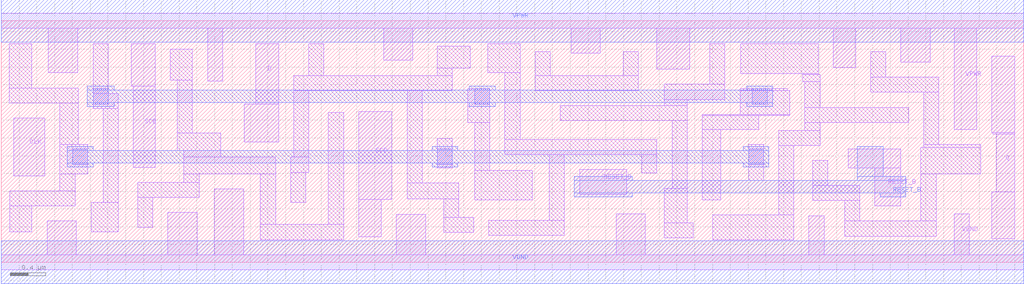
<source format=lef>
# Copyright 2020 The SkyWater PDK Authors
#
# Licensed under the Apache License, Version 2.0 (the "License");
# you may not use this file except in compliance with the License.
# You may obtain a copy of the License at
#
#     https://www.apache.org/licenses/LICENSE-2.0
#
# Unless required by applicable law or agreed to in writing, software
# distributed under the License is distributed on an "AS IS" BASIS,
# WITHOUT WARRANTIES OR CONDITIONS OF ANY KIND, either express or implied.
# See the License for the specific language governing permissions and
# limitations under the License.
#
# SPDX-License-Identifier: Apache-2.0

VERSION 5.5 ;
NAMESCASESENSITIVE ON ;
BUSBITCHARS "[]" ;
DIVIDERCHAR "/" ;
MACRO sky130_fd_sc_hd__sdfrtp_1
  CLASS CORE ;
  SOURCE USER ;
  ORIGIN  0.000000  0.000000 ;
  SIZE  11.50000 BY  2.720000 ;
  SYMMETRY X Y R90 ;
  SITE unithd ;
  PIN D
    ANTENNAGATEAREA  0.144000 ;
    DIRECTION INPUT ;
    USE SIGNAL ;
    PORT
      LAYER li1 ;
        RECT 2.735000 1.355000 3.120000 1.785000 ;
        RECT 2.865000 1.785000 3.120000 2.465000 ;
    END
  END D
  PIN Q
    ANTENNADIFFAREA  0.429000 ;
    DIRECTION OUTPUT ;
    USE SIGNAL ;
    PORT
      LAYER li1 ;
        RECT 11.140000 0.265000 11.400000 0.795000 ;
        RECT 11.140000 1.460000 11.400000 2.325000 ;
        RECT 11.150000 1.445000 11.400000 1.460000 ;
        RECT 11.190000 0.795000 11.400000 1.445000 ;
    END
  END Q
  PIN RESET_B
    ANTENNAGATEAREA  0.252000 ;
    DIRECTION INPUT ;
    USE SIGNAL ;
    PORT
      LAYER li1 ;
        RECT 6.505000 0.765000 7.035000 1.045000 ;
    END
    PORT
      LAYER li1 ;
        RECT 9.525000 1.065000 10.115000 1.275000 ;
        RECT 9.825000 0.635000 10.115000 1.065000 ;
    END
    PORT
      LAYER met1 ;
        RECT 6.445000 0.735000  7.095000 0.780000 ;
        RECT 6.445000 0.780000 10.175000 0.920000 ;
        RECT 6.445000 0.920000  7.095000 0.965000 ;
        RECT 9.630000 0.920000 10.175000 0.965000 ;
        RECT 9.630000 0.965000  9.920000 1.305000 ;
        RECT 9.885000 0.735000 10.175000 0.780000 ;
    END
  END RESET_B
  PIN SCD
    ANTENNAGATEAREA  0.156600 ;
    DIRECTION INPUT ;
    USE SIGNAL ;
    PORT
      LAYER li1 ;
        RECT 4.020000 0.285000 4.275000 0.710000 ;
        RECT 4.020000 0.710000 4.395000 1.700000 ;
    END
  END SCD
  PIN SCE
    ANTENNAGATEAREA  0.435000 ;
    DIRECTION INPUT ;
    USE SIGNAL ;
    PORT
      LAYER li1 ;
        RECT 1.465000 1.985000 1.730000 2.465000 ;
        RECT 1.485000 1.070000 1.730000 1.985000 ;
    END
  END SCE
  PIN CLK
    ANTENNAGATEAREA  0.247500 ;
    DIRECTION INPUT ;
    USE CLOCK ;
    PORT
      LAYER li1 ;
        RECT 0.140000 0.975000 0.490000 1.625000 ;
    END
  END CLK
  PIN VGND
    DIRECTION INOUT ;
    SHAPE ABUTMENT ;
    USE GROUND ;
    PORT
      LAYER li1 ;
        RECT  0.000000 -0.085000 11.500000 0.085000 ;
        RECT  0.515000  0.085000  0.845000 0.465000 ;
        RECT  1.875000  0.085000  2.205000 0.560000 ;
        RECT  2.395000  0.085000  2.725000 0.825000 ;
        RECT  4.445000  0.085000  4.775000 0.540000 ;
        RECT  6.915000  0.085000  7.245000 0.545000 ;
        RECT  9.085000  0.085000  9.255000 0.525000 ;
        RECT 10.720000  0.085000 10.890000 0.545000 ;
    END
    PORT
      LAYER met1 ;
        RECT 0.000000 -0.240000 11.500000 0.240000 ;
    END
  END VGND
  PIN VNB
    DIRECTION INOUT ;
    USE GROUND ;
    PORT
    END
  END VNB
  PIN VPB
    DIRECTION INOUT ;
    USE POWER ;
    PORT
    END
  END VPB
  PIN VPWR
    DIRECTION INOUT ;
    SHAPE ABUTMENT ;
    USE POWER ;
    PORT
      LAYER li1 ;
        RECT  0.000000 2.635000 11.500000 2.805000 ;
        RECT  0.530000 2.135000  0.860000 2.635000 ;
        RECT  2.320000 2.040000  2.490000 2.635000 ;
        RECT  4.300000 2.275000  4.630000 2.635000 ;
        RECT  6.410000 2.355000  6.740000 2.635000 ;
        RECT  7.375000 2.175000  7.745000 2.635000 ;
        RECT  9.360000 2.195000  9.610000 2.635000 ;
        RECT 10.120000 2.255000 10.450000 2.635000 ;
        RECT 10.720000 1.495000 10.970000 2.635000 ;
    END
    PORT
      LAYER met1 ;
        RECT 0.000000 2.480000 11.500000 2.960000 ;
    END
  END VPWR
  OBS
    LAYER li1 ;
      RECT  0.090000 1.795000  0.865000 1.965000 ;
      RECT  0.090000 1.965000  0.345000 2.465000 ;
      RECT  0.095000 0.345000  0.345000 0.635000 ;
      RECT  0.095000 0.635000  0.835000 0.805000 ;
      RECT  0.660000 0.805000  0.835000 0.995000 ;
      RECT  0.660000 0.995000  0.975000 1.325000 ;
      RECT  0.660000 1.325000  0.865000 1.795000 ;
      RECT  1.015000 0.345000  1.315000 0.675000 ;
      RECT  1.035000 1.730000  1.315000 1.900000 ;
      RECT  1.035000 1.900000  1.205000 2.465000 ;
      RECT  1.145000 0.675000  1.315000 1.730000 ;
      RECT  1.535000 0.395000  1.705000 0.730000 ;
      RECT  1.535000 0.730000  2.225000 0.900000 ;
      RECT  1.900000 2.055000  2.150000 2.400000 ;
      RECT  1.980000 1.260000  2.470000 1.455000 ;
      RECT  1.980000 1.455000  2.150000 2.055000 ;
      RECT  2.055000 0.900000  2.225000 0.995000 ;
      RECT  2.055000 0.995000  3.085000 1.185000 ;
      RECT  2.055000 1.185000  2.470000 1.260000 ;
      RECT  2.915000 0.255000  3.850000 0.425000 ;
      RECT  2.915000 0.425000  3.085000 0.995000 ;
      RECT  3.255000 0.675000  3.425000 1.015000 ;
      RECT  3.255000 1.015000  3.460000 1.185000 ;
      RECT  3.290000 1.185000  3.460000 1.935000 ;
      RECT  3.290000 1.935000  5.075000 2.105000 ;
      RECT  3.460000 2.105000  3.630000 2.465000 ;
      RECT  3.680000 0.425000  3.850000 1.685000 ;
      RECT  4.565000 0.715000  5.145000 0.895000 ;
      RECT  4.565000 0.895000  4.735000 1.935000 ;
      RECT  4.905000 1.065000  5.075000 1.395000 ;
      RECT  4.905000 2.105000  5.075000 2.185000 ;
      RECT  4.905000 2.185000  5.275000 2.435000 ;
      RECT  4.975000 0.335000  5.315000 0.505000 ;
      RECT  4.975000 0.505000  5.145000 0.715000 ;
      RECT  5.245000 1.575000  5.495000 1.955000 ;
      RECT  5.325000 0.705000  5.975000 1.035000 ;
      RECT  5.325000 1.035000  5.495000 1.575000 ;
      RECT  5.470000 2.135000  5.835000 2.465000 ;
      RECT  5.485000 0.305000  6.335000 0.475000 ;
      RECT  5.665000 1.215000  7.375000 1.385000 ;
      RECT  5.665000 1.385000  5.835000 2.135000 ;
      RECT  6.005000 1.935000  7.165000 2.105000 ;
      RECT  6.005000 2.105000  6.175000 2.375000 ;
      RECT  6.165000 0.475000  6.335000 1.215000 ;
      RECT  6.285000 1.595000  7.715000 1.765000 ;
      RECT  6.995000 2.105000  7.165000 2.375000 ;
      RECT  7.205000 1.005000  7.375000 1.215000 ;
      RECT  7.455000 0.275000  7.785000 0.445000 ;
      RECT  7.455000 0.445000  7.715000 0.835000 ;
      RECT  7.455000 1.765000  7.715000 1.835000 ;
      RECT  7.455000 1.835000  8.140000 2.005000 ;
      RECT  7.545000 0.835000  7.715000 1.595000 ;
      RECT  7.885000 0.705000  8.095000 1.495000 ;
      RECT  7.885000 1.495000  8.520000 1.655000 ;
      RECT  7.885000 1.655000  8.870000 1.665000 ;
      RECT  7.970000 2.005000  8.140000 2.465000 ;
      RECT  8.005000 0.255000  8.915000 0.535000 ;
      RECT  8.310000 1.665000  8.870000 1.935000 ;
      RECT  8.310000 1.935000  8.840000 1.955000 ;
      RECT  8.320000 2.125000  9.190000 2.465000 ;
      RECT  8.405000 0.920000  8.575000 1.325000 ;
      RECT  8.745000 0.535000  8.915000 1.315000 ;
      RECT  8.745000 1.315000  9.210000 1.485000 ;
      RECT  9.015000 2.035000  9.210000 2.115000 ;
      RECT  9.015000 2.115000  9.190000 2.125000 ;
      RECT  9.040000 1.485000  9.210000 1.575000 ;
      RECT  9.040000 1.575000 10.205000 1.745000 ;
      RECT  9.040000 1.745000  9.210000 2.035000 ;
      RECT  9.125000 0.695000  9.655000 0.865000 ;
      RECT  9.125000 0.865000  9.295000 1.145000 ;
      RECT  9.485000 0.295000 10.515000 0.465000 ;
      RECT  9.485000 0.465000  9.655000 0.695000 ;
      RECT  9.780000 1.915000 10.545000 2.085000 ;
      RECT  9.780000 2.085000  9.950000 2.375000 ;
      RECT 10.345000 0.465000 10.515000 0.995000 ;
      RECT 10.345000 0.995000 11.020000 1.295000 ;
      RECT 10.375000 1.295000 11.020000 1.325000 ;
      RECT 10.375000 1.325000 10.545000 1.915000 ;
    LAYER mcon ;
      RECT 0.805000 1.105000 0.975000 1.275000 ;
      RECT 1.035000 1.785000 1.205000 1.955000 ;
      RECT 4.905000 1.105000 5.075000 1.275000 ;
      RECT 5.325000 1.785000 5.495000 1.955000 ;
      RECT 8.405000 1.105000 8.575000 1.275000 ;
      RECT 8.445000 1.785000 8.615000 1.955000 ;
    LAYER met1 ;
      RECT 0.745000 1.075000 1.035000 1.120000 ;
      RECT 0.745000 1.120000 8.635000 1.260000 ;
      RECT 0.745000 1.260000 1.035000 1.305000 ;
      RECT 0.970000 1.755000 1.270000 1.800000 ;
      RECT 0.970000 1.800000 8.675000 1.940000 ;
      RECT 0.970000 1.940000 1.270000 1.985000 ;
      RECT 4.845000 1.075000 5.135000 1.120000 ;
      RECT 4.845000 1.260000 5.135000 1.305000 ;
      RECT 5.265000 1.755000 5.555000 1.800000 ;
      RECT 5.265000 1.940000 5.555000 1.985000 ;
      RECT 8.345000 1.075000 8.635000 1.120000 ;
      RECT 8.345000 1.260000 8.635000 1.305000 ;
      RECT 8.385000 1.755000 8.675000 1.800000 ;
      RECT 8.385000 1.940000 8.675000 1.985000 ;
  END
END sky130_fd_sc_hd__sdfrtp_1
END LIBRARY

</source>
